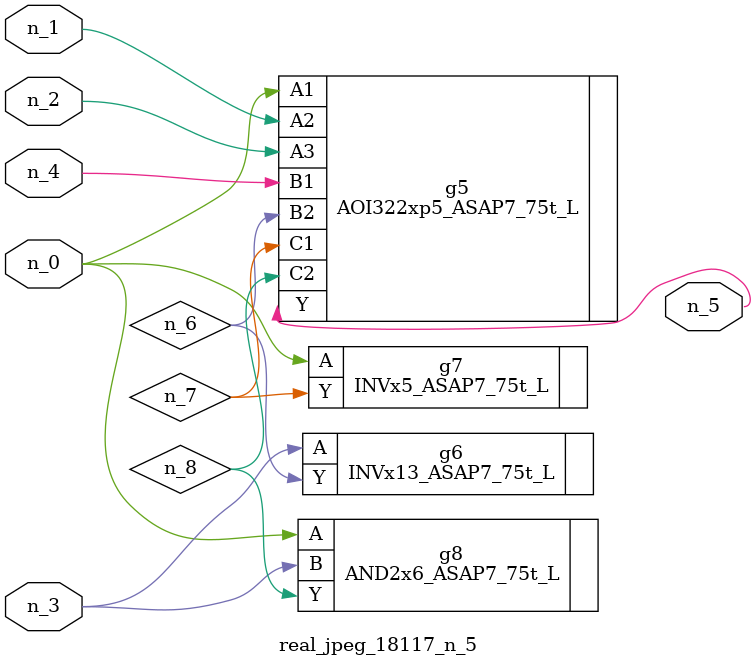
<source format=v>
module real_jpeg_18117_n_5 (n_4, n_0, n_1, n_2, n_3, n_5);

input n_4;
input n_0;
input n_1;
input n_2;
input n_3;

output n_5;

wire n_8;
wire n_6;
wire n_7;

AOI322xp5_ASAP7_75t_L g5 ( 
.A1(n_0),
.A2(n_1),
.A3(n_2),
.B1(n_4),
.B2(n_6),
.C1(n_7),
.C2(n_8),
.Y(n_5)
);

INVx5_ASAP7_75t_L g7 ( 
.A(n_0),
.Y(n_7)
);

AND2x6_ASAP7_75t_L g8 ( 
.A(n_0),
.B(n_3),
.Y(n_8)
);

INVx13_ASAP7_75t_L g6 ( 
.A(n_3),
.Y(n_6)
);


endmodule
</source>
